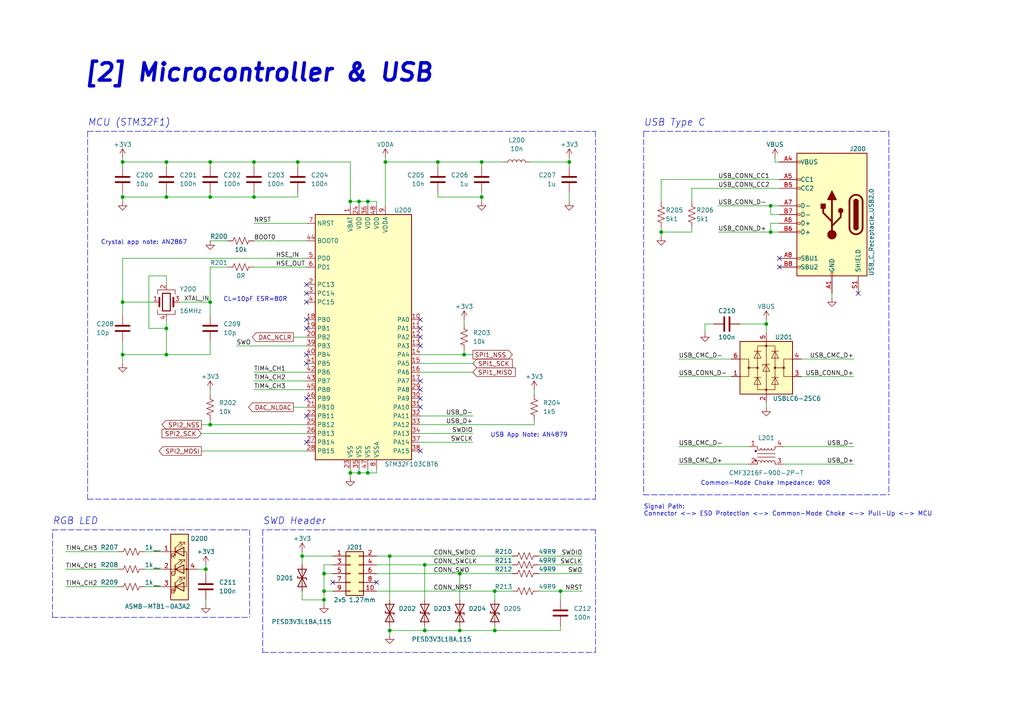
<source format=kicad_sch>
(kicad_sch (version 20231120) (generator "eeschema") (generator_version "8.0")
  (paper "A4")
  (title_block (title "Mixed-Signal PCB") (date "6-1-2024") (rev "0.1") (company "Jacob Parent"))
  (lib_symbols
    (symbol "Connector:USB_C_Receptacle_USB2.0" (pin_names (offset 1.016))
      (property "Reference" "J" (at -10.16 19.05 0))
      (property "Value" "USB_C_Receptacle_USB2.0" (at 19.05 19.05 0))
      (symbol "USB_C_Receptacle_USB2.0_0_0"
        (rectangle (start -0.254 -17.78) (end 0.254 -16.764))
        (rectangle (start 10.16 -14.986) (end 9.144 -15.494))
        (rectangle (start 10.16 -12.446) (end 9.144 -12.954))
        (rectangle (start 10.16 -4.826) (end 9.144 -5.334))
        (rectangle (start 10.16 -2.286) (end 9.144 -2.794))
        (rectangle (start 10.16 0.254) (end 9.144 -0.254))
        (rectangle (start 10.16 2.794) (end 9.144 2.286))
        (rectangle (start 10.16 7.874) (end 9.144 7.366))
        (rectangle (start 10.16 10.414) (end 9.144 9.906))
        (rectangle (start 10.16 15.494) (end 9.144 14.986))
      )
      (symbol "USB_C_Receptacle_USB2.0_0_1"
        (rectangle (start -10.16 17.78) (end 10.16 -17.78) (stroke (width 0.254)) (fill (type background)))
        (arc (start -8.89 -3.81) (mid -6.985 -5.7066) (end -5.08 -3.81) (stroke (width 0.508)))
        (arc (start -7.62 -3.81) (mid -6.985 -4.4422) (end -6.35 -3.81) (stroke (width 0.254)))
        (arc (start -7.62 -3.81) (mid -6.985 -4.4422) (end -6.35 -3.81) (stroke (width 0.254)) (fill (type outline)))
        (rectangle (start -7.62 -3.81) (end -6.35 3.81) (stroke (width 0.254)) (fill (type outline)))
        (arc (start -6.35 3.81) (mid -6.985 4.4422) (end -7.62 3.81) (stroke (width 0.254)))
        (arc (start -6.35 3.81) (mid -6.985 4.4422) (end -7.62 3.81) (stroke (width 0.254)) (fill (type outline)))
        (arc (start -5.08 3.81) (mid -6.985 5.7066) (end -8.89 3.81) (stroke (width 0.508)))
        (circle (center -2.54 1.143) (radius 0.635) (stroke (width 0.254)) (fill (type outline)))
        (circle (center 0 -5.842) (radius 1.27) (fill (type outline)))
        (polyline (pts (xy -8.89 -3.81) (xy -8.89 3.81)) (stroke (width 0.508)))
        (polyline (pts (xy -5.08 3.81) (xy -5.08 -3.81)) (stroke (width 0.508)))
        (polyline (pts (xy 0 -5.842) (xy 0 4.318)) (stroke (width 0.508)))
        (polyline (pts (xy 0 -3.302) (xy -2.54 -0.762) (xy -2.54 0.508)) (stroke (width 0.508)))
        (polyline (pts (xy 0 -2.032) (xy 2.54 0.508) (xy 2.54 1.778)) (stroke (width 0.508)))
        (polyline (pts (xy -1.27 4.318) (xy 0 6.858) (xy 1.27 4.318) (xy -1.27 4.318)) (stroke (width 0.254)) (fill (type outline)))
        (rectangle (start 1.905 1.778) (end 3.175 3.048) (stroke (width 0.254)) (fill (type outline)))
      )
      (symbol "USB_C_Receptacle_USB2.0_1_1"
        (pin passive line (at 0 -22.86 90) (length 5.08) (name "GND") (number "A1"))
        (pin passive line (at 0 -22.86 90) (length 5.08) hide (name "GND") (number "A12"))
        (pin passive line (at 15.24 15.24 180) (length 5.08) (name "VBUS") (number "A4"))
        (pin bidirectional line (at 15.24 10.16 180) (length 5.08) (name "CC1") (number "A5"))
        (pin bidirectional line (at 15.24 -2.54 180) (length 5.08) (name "D+") (number "A6"))
        (pin bidirectional line (at 15.24 2.54 180) (length 5.08) (name "D-") (number "A7"))
        (pin bidirectional line (at 15.24 -12.7 180) (length 5.08) (name "SBU1") (number "A8"))
        (pin passive line (at 15.24 15.24 180) (length 5.08) hide (name "VBUS") (number "A9"))
        (pin passive line (at 0 -22.86 90) (length 5.08) hide (name "GND") (number "B1"))
        (pin passive line (at 0 -22.86 90) (length 5.08) hide (name "GND") (number "B12"))
        (pin passive line (at 15.24 15.24 180) (length 5.08) hide (name "VBUS") (number "B4"))
        (pin bidirectional line (at 15.24 7.62 180) (length 5.08) (name "CC2") (number "B5"))
        (pin bidirectional line (at 15.24 -5.08 180) (length 5.08) (name "D+") (number "B6"))
        (pin bidirectional line (at 15.24 0 180) (length 5.08) (name "D-") (number "B7"))
        (pin bidirectional line (at 15.24 -15.24 180) (length 5.08) (name "SBU2") (number "B8"))
        (pin passive line (at 15.24 15.24 180) (length 5.08) hide (name "VBUS") (number "B9"))
        (pin passive line (at -7.62 -22.86 90) (length 5.08) (name "SHIELD") (number "S1"))
      )
    )
    (symbol "Connector_Generic:Conn_02x05_Odd_Even" (pin_names (offset 1.016) hide)
      (property "Reference" "J" (at 1.27 7.62 0))
      (property "Value" "Conn_02x05_Odd_Even" (at 1.27 -7.62 0))
      (symbol "Conn_02x05_Odd_Even_1_1"
        (rectangle (start -1.27 -4.953) (end 0 -5.207) (stroke (width 0.1524)))
        (rectangle (start -1.27 -2.413) (end 0 -2.667) (stroke (width 0.1524)))
        (rectangle (start -1.27 0.127) (end 0 -0.127) (stroke (width 0.1524)))
        (rectangle (start -1.27 2.667) (end 0 2.413) (stroke (width 0.1524)))
        (rectangle (start -1.27 5.207) (end 0 4.953) (stroke (width 0.1524)))
        (rectangle (start -1.27 6.35) (end 3.81 -6.35) (stroke (width 0.254)) (fill (type background)))
        (rectangle (start 3.81 -4.953) (end 2.54 -5.207) (stroke (width 0.1524)))
        (rectangle (start 3.81 -2.413) (end 2.54 -2.667) (stroke (width 0.1524)))
        (rectangle (start 3.81 0.127) (end 2.54 -0.127) (stroke (width 0.1524)))
        (rectangle (start 3.81 2.667) (end 2.54 2.413) (stroke (width 0.1524)))
        (rectangle (start 3.81 5.207) (end 2.54 4.953) (stroke (width 0.1524)))
        (pin passive line (at -5.08 5.08 0) (length 3.81) (name "Pin_1") (number "1"))
        (pin passive line (at 7.62 -5.08 180) (length 3.81) (name "Pin_10") (number "10"))
        (pin passive line (at 7.62 5.08 180) (length 3.81) (name "Pin_2") (number "2"))
        (pin passive line (at -5.08 2.54 0) (length 3.81) (name "Pin_3") (number "3"))
        (pin passive line (at 7.62 2.54 180) (length 3.81) (name "Pin_4") (number "4"))
        (pin passive line (at -5.08 0 0) (length 3.81) (name "Pin_5") (number "5"))
        (pin passive line (at 7.62 0 180) (length 3.81) (name "Pin_6") (number "6"))
        (pin passive line (at -5.08 -2.54 0) (length 3.81) (name "Pin_7") (number "7"))
        (pin passive line (at 7.62 -2.54 180) (length 3.81) (name "Pin_8") (number "8"))
        (pin passive line (at -5.08 -5.08 0) (length 3.81) (name "Pin_9") (number "9"))
      )
    )
    (symbol "Device:C" (pin_numbers hide) (pin_names (offset 0.254))
      (property "Reference" "C" (at 0.635 2.54 0))
      (property "Value" "C" (at 0.635 -2.54 0))
      (symbol "C_0_1"
        (polyline (pts (xy -2.032 -0.762) (xy 2.032 -0.762)) (stroke (width 0.508)))
        (polyline (pts (xy -2.032 0.762) (xy 2.032 0.762)) (stroke (width 0.508)))
      )
      (symbol "C_1_1"
        (pin passive line (at 0 3.81 270) (length 2.794) (name "~") (number "1"))
        (pin passive line (at 0 -3.81 90) (length 2.794) (name "~") (number "2"))
      )
    )
    (symbol "Device:Crystal_GND24" (pin_names (offset 1.016) hide)
      (property "Reference" "Y" (at 3.175 5.08 0))
      (property "Value" "Crystal_GND24" (at 3.175 3.175 0))
      (symbol "Crystal_GND24_0_1"
        (rectangle (start -1.143 2.54) (end 1.143 -2.54) (stroke (width 0.3048)))
        (polyline (pts (xy -2.54 0) (xy -2.032 0)))
        (polyline (pts (xy -2.032 -1.27) (xy -2.032 1.27)) (stroke (width 0.508)))
        (polyline (pts (xy 0 -3.81) (xy 0 -3.556)))
        (polyline (pts (xy 0 3.556) (xy 0 3.81)))
        (polyline (pts (xy 2.032 -1.27) (xy 2.032 1.27)) (stroke (width 0.508)))
        (polyline (pts (xy 2.032 0) (xy 2.54 0)))
        (polyline (pts (xy -2.54 -2.286) (xy -2.54 -3.556) (xy 2.54 -3.556) (xy 2.54 -2.286)))
        (polyline (pts (xy -2.54 2.286) (xy -2.54 3.556) (xy 2.54 3.556) (xy 2.54 2.286)))
      )
      (symbol "Crystal_GND24_1_1"
        (pin passive line (at -3.81 0 0) (length 1.27) (name "1") (number "1"))
        (pin passive line (at 0 5.08 270) (length 1.27) (name "2") (number "2"))
        (pin passive line (at 3.81 0 180) (length 1.27) (name "3") (number "3"))
        (pin passive line (at 0 -5.08 90) (length 1.27) (name "4") (number "4"))
      )
    )
    (symbol "Device:D_TVS" (pin_numbers hide) (pin_names (offset 1.016) hide)
      (property "Reference" "D" (at 0 2.54 0))
      (property "Value" "D_TVS" (at 0 -2.54 0))
      (symbol "D_TVS_0_1"
        (polyline (pts (xy 1.27 0) (xy -1.27 0)))
        (polyline (pts (xy 0.508 1.27) (xy 0 1.27) (xy 0 -1.27) (xy -0.508 -1.27)) (stroke (width 0.254)))
        (polyline (pts (xy -2.54 1.27) (xy -2.54 -1.27) (xy 2.54 1.27) (xy 2.54 -1.27) (xy -2.54 1.27)) (stroke (width 0.254)))
      )
      (symbol "D_TVS_1_1"
        (pin passive line (at -3.81 0 0) (length 2.54) (name "A1") (number "1"))
        (pin passive line (at 3.81 0 180) (length 2.54) (name "A2") (number "2"))
      )
    )
    (symbol "Device:EMI_Filter_LL_1423" (pin_names hide)
      (property "Reference" "FL" (at 0 4.445 0))
      (property "Value" "Device_EMI_Filter_LL_1423" (at 0 -4.445 0))
      (symbol "EMI_Filter_LL_1423_0_1"
        (circle (center -3.048 -1.27) (radius 0.254) (fill (type outline)))
        (circle (center -3.048 1.524) (radius 0.254) (fill (type outline)))
        (arc (start -2.54 2.032) (mid -2.032 1.5262) (end -1.524 2.032))
        (arc (start -1.524 -2.032) (mid -2.032 -1.5262) (end -2.54 -2.032))
        (arc (start -1.524 2.032) (mid -1.016 1.5262) (end -0.508 2.032))
        (arc (start -0.508 -2.032) (mid -1.016 -1.5262) (end -1.524 -2.032))
        (arc (start -0.508 2.032) (mid 0 1.5262) (end 0.508 2.032))
        (polyline (pts (xy -2.54 -2.032) (xy -2.54 -2.54)))
        (polyline (pts (xy -2.54 0.508) (xy 2.54 0.508)))
        (polyline (pts (xy -2.54 2.032) (xy -2.54 2.54)))
        (polyline (pts (xy 2.54 -2.032) (xy 2.54 -2.54)))
        (polyline (pts (xy 2.54 -0.508) (xy -2.54 -0.508)))
        (polyline (pts (xy 2.54 2.54) (xy 2.54 2.032)))
        (arc (start 0.508 -2.032) (mid 0 -1.5262) (end -0.508 -2.032))
        (arc (start 0.508 2.032) (mid 1.016 1.5262) (end 1.524 2.032))
        (arc (start 1.524 -2.032) (mid 1.016 -1.5262) (end 0.508 -2.032))
        (arc (start 1.524 2.032) (mid 2.032 1.5262) (end 2.54 2.032))
        (arc (start 2.54 -2.032) (mid 2.032 -1.5262) (end 1.524 -2.032))
      )
      (symbol "EMI_Filter_LL_1423_1_1"
        (pin passive line (at -5.08 -2.54 0) (length 2.54) (name "1") (number "1"))
        (pin passive line (at -5.08 2.54 0) (length 2.54) (name "2") (number "2"))
        (pin passive line (at 5.08 2.54 180) (length 2.54) (name "3") (number "3"))
        (pin passive line (at 5.08 -2.54 180) (length 2.54) (name "4") (number "4"))
      )
    )
    (symbol "Device:L" (pin_numbers hide) (pin_names (offset 1.016) hide)
      (property "Reference" "L" (at -1.27 0 90))
      (property "Value" "L" (at 1.905 0 90))
      (symbol "L_0_1"
        (arc (start 0 -2.54) (mid 0.6323 -1.905) (end 0 -1.27))
        (arc (start 0 -1.27) (mid 0.6323 -0.635) (end 0 0))
        (arc (start 0 0) (mid 0.6323 0.635) (end 0 1.27))
        (arc (start 0 1.27) (mid 0.6323 1.905) (end 0 2.54))
      )
      (symbol "L_1_1"
        (pin passive line (at 0 3.81 270) (length 1.27) (name "1") (number "1"))
        (pin passive line (at 0 -3.81 90) (length 1.27) (name "2") (number "2"))
      )
    )
    (symbol "Device:R_US" (pin_numbers hide) (pin_names (offset 0))
      (property "Reference" "R" (at 2.54 0 90))
      (property "Value" "R_US" (at -2.54 0 90))
      (symbol "R_US_0_1"
        (polyline (pts (xy 0 -2.286) (xy 0 -2.54)))
        (polyline (pts (xy 0 2.286) (xy 0 2.54)))
        (polyline (pts (xy 0 -0.762) (xy 1.016 -1.143) (xy 0 -1.524) (xy -1.016 -1.905) (xy 0 -2.286)))
        (polyline (pts (xy 0 0.762) (xy 1.016 0.381) (xy 0 0) (xy -1.016 -0.381) (xy 0 -0.762)))
        (polyline (pts (xy 0 2.286) (xy 1.016 1.905) (xy 0 1.524) (xy -1.016 1.143) (xy 0 0.762)))
      )
      (symbol "R_US_1_1"
        (pin passive line (at 0 3.81 270) (length 1.27) (name "~") (number "1"))
        (pin passive line (at 0 -3.81 90) (length 1.27) (name "~") (number "2"))
      )
    )
    (symbol "LED:ASMB-MTB1-0A3A2" (pin_names (offset 0) hide)
      (property "Reference" "D" (at 0 12.7 0))
      (property "Value" "ASMB-MTB1-0A3A2" (at 1.27 -11.43 0))
      (symbol "ASMB-MTB1-0A3A2_0_0"
        (text "B" (at -1.905 -6.35 0) (effects (font (size 1.27 1.27))))
        (text "G" (at -1.905 -1.27 0) (effects (font (size 1.27 1.27))))
        (text "R" (at -1.905 3.81 0) (effects (font (size 1.27 1.27))))
      )
      (symbol "ASMB-MTB1-0A3A2_0_1"
        (polyline (pts (xy -2.54 -5.08) (xy 1.27 -5.08)))
        (polyline (pts (xy -1.27 -3.81) (xy -1.27 -6.35)) (stroke (width 0.254)))
        (polyline (pts (xy -1.27 1.27) (xy -1.27 -1.27)) (stroke (width 0.254)))
        (polyline (pts (xy -1.27 6.35) (xy -1.27 3.81)) (stroke (width 0.254)))
        (polyline (pts (xy 1.27 5.08) (xy -2.54 5.08)))
        (polyline (pts (xy 2.54 0) (xy -2.54 0)))
        (polyline (pts (xy 1.27 -5.08) (xy 2.032 -5.08) (xy 2.032 5.08) (xy 1.27 5.08)))
        (polyline (pts (xy 1.27 -3.81) (xy 1.27 -6.35) (xy -1.27 -5.08) (xy 1.27 -3.81)) (stroke (width 0.254)))
        (polyline (pts (xy 1.27 1.27) (xy 1.27 -1.27) (xy -1.27 0) (xy 1.27 1.27)) (stroke (width 0.254)))
        (polyline (pts (xy 1.27 6.35) (xy 1.27 3.81) (xy -1.27 5.08) (xy 1.27 6.35)) (stroke (width 0.254)))
        (polyline (pts (xy -1.016 -3.81) (xy 0.508 -2.286) (xy -0.254 -2.286) (xy 0.508 -2.286) (xy 0.508 -3.048)))
        (polyline (pts (xy -1.016 1.27) (xy 0.508 2.794) (xy -0.254 2.794) (xy 0.508 2.794) (xy 0.508 2.032)))
        (polyline (pts (xy -1.016 6.35) (xy 0.508 7.874) (xy -0.254 7.874) (xy 0.508 7.874) (xy 0.508 7.112)))
        (polyline (pts (xy 0 -3.81) (xy 1.524 -2.286) (xy 0.762 -2.286) (xy 1.524 -2.286) (xy 1.524 -3.048)))
        (polyline (pts (xy 0 1.27) (xy 1.524 2.794) (xy 0.762 2.794) (xy 1.524 2.794) (xy 1.524 2.032)))
        (polyline (pts (xy 0 6.35) (xy 1.524 7.874) (xy 0.762 7.874) (xy 1.524 7.874) (xy 1.524 7.112)))
        (rectangle (start 1.27 6.35) (end 1.27 6.35))
        (circle (center 2.032 0) (radius 0.254) (fill (type outline)))
        (rectangle (start 2.54 -8.89) (end -2.54 10.16) (stroke (width 0.254)) (fill (type background)))
      )
      (symbol "ASMB-MTB1-0A3A2_1_1"
        (pin passive line (at -5.08 5.08 0) (length 2.54) (name "RK") (number "1"))
        (pin passive line (at -5.08 0 0) (length 2.54) (name "GK") (number "2"))
        (pin passive line (at -5.08 -5.08 0) (length 2.54) (name "BK") (number "3"))
        (pin passive line (at 5.08 0 180) (length 2.54) (name "A") (number "4"))
      )
    )
    (symbol "MCU_ST_STM32F1:STM32F103CBTx"
      (property "Reference" "U" (at -15.24 36.83 0))
      (property "Value" "STM32F103CBTx" (at 7.62 36.83 0))
      (symbol "STM32F103CBTx_0_1"
        (rectangle (start -15.24 -35.56) (end 12.7 35.56) (stroke (width 0.254)) (fill (type background)))
      )
      (symbol "STM32F103CBTx_1_1"
        (pin power_in line (at -5.08 38.1 270) (length 2.54) (name "VBAT") (number "1"))
        (pin bidirectional line (at 15.24 5.08 180) (length 2.54) (name "PA0") (number "10"))
        (pin bidirectional line (at 15.24 2.54 180) (length 2.54) (name "PA1") (number "11"))
        (pin bidirectional line (at 15.24 0 180) (length 2.54) (name "PA2") (number "12"))
        (pin bidirectional line (at 15.24 -2.54 180) (length 2.54) (name "PA3") (number "13"))
        (pin bidirectional line (at 15.24 -5.08 180) (length 2.54) (name "PA4") (number "14"))
        (pin bidirectional line (at 15.24 -7.62 180) (length 2.54) (name "PA5") (number "15"))
        (pin bidirectional line (at 15.24 -10.16 180) (length 2.54) (name "PA6") (number "16"))
        (pin bidirectional line (at 15.24 -12.7 180) (length 2.54) (name "PA7") (number "17"))
        (pin bidirectional line (at -17.78 5.08 0) (length 2.54) (name "PB0") (number "18"))
        (pin bidirectional line (at -17.78 2.54 0) (length 2.54) (name "PB1") (number "19"))
        (pin bidirectional line (at -17.78 15.24 0) (length 2.54) (name "PC13") (number "2"))
        (pin bidirectional line (at -17.78 0 0) (length 2.54) (name "PB2") (number "20"))
        (pin bidirectional line (at -17.78 -20.32 0) (length 2.54) (name "PB10") (number "21"))
        (pin bidirectional line (at -17.78 -22.86 0) (length 2.54) (name "PB11") (number "22"))
        (pin power_in line (at -5.08 -38.1 90) (length 2.54) (name "VSS") (number "23"))
        (pin power_in line (at -2.54 38.1 270) (length 2.54) (name "VDD") (number "24"))
        (pin bidirectional line (at -17.78 -25.4 0) (length 2.54) (name "PB12") (number "25"))
        (pin bidirectional line (at -17.78 -27.94 0) (length 2.54) (name "PB13") (number "26"))
        (pin bidirectional line (at -17.78 -30.48 0) (length 2.54) (name "PB14") (number "27"))
        (pin bidirectional line (at -17.78 -33.02 0) (length 2.54) (name "PB15") (number "28"))
        (pin bidirectional line (at 15.24 -15.24 180) (length 2.54) (name "PA8") (number "29"))
        (pin bidirectional line (at -17.78 12.7 0) (length 2.54) (name "PC14") (number "3"))
        (pin bidirectional line (at 15.24 -17.78 180) (length 2.54) (name "PA9") (number "30"))
        (pin bidirectional line (at 15.24 -20.32 180) (length 2.54) (name "PA10") (number "31"))
        (pin bidirectional line (at 15.24 -22.86 180) (length 2.54) (name "PA11") (number "32"))
        (pin bidirectional line (at 15.24 -25.4 180) (length 2.54) (name "PA12") (number "33"))
        (pin bidirectional line (at 15.24 -27.94 180) (length 2.54) (name "PA13") (number "34"))
        (pin power_in line (at -2.54 -38.1 90) (length 2.54) (name "VSS") (number "35"))
        (pin power_in line (at 0 38.1 270) (length 2.54) (name "VDD") (number "36"))
        (pin bidirectional line (at 15.24 -30.48 180) (length 2.54) (name "PA14") (number "37"))
        (pin bidirectional line (at 15.24 -33.02 180) (length 2.54) (name "PA15") (number "38"))
        (pin bidirectional line (at -17.78 -2.54 0) (length 2.54) (name "PB3") (number "39"))
        (pin bidirectional line (at -17.78 10.16 0) (length 2.54) (name "PC15") (number "4"))
        (pin bidirectional line (at -17.78 -5.08 0) (length 2.54) (name "PB4") (number "40"))
        (pin bidirectional line (at -17.78 -7.62 0) (length 2.54) (name "PB5") (number "41"))
        (pin bidirectional line (at -17.78 -10.16 0) (length 2.54) (name "PB6") (number "42"))
        (pin bidirectional line (at -17.78 -12.7 0) (length 2.54) (name "PB7") (number "43"))
        (pin input line (at -17.78 27.94 0) (length 2.54) (name "BOOT0") (number "44"))
        (pin bidirectional line (at -17.78 -15.24 0) (length 2.54) (name "PB8") (number "45"))
        (pin bidirectional line (at -17.78 -17.78 0) (length 2.54) (name "PB9") (number "46"))
        (pin power_in line (at 0 -38.1 90) (length 2.54) (name "VSS") (number "47"))
        (pin power_in line (at 2.54 38.1 270) (length 2.54) (name "VDD") (number "48"))
        (pin input line (at -17.78 22.86 0) (length 2.54) (name "PD0") (number "5"))
        (pin input line (at -17.78 20.32 0) (length 2.54) (name "PD1") (number "6"))
        (pin input line (at -17.78 33.02 0) (length 2.54) (name "NRST") (number "7"))
        (pin power_in line (at 2.54 -38.1 90) (length 2.54) (name "VSSA") (number "8"))
        (pin power_in line (at 5.08 38.1 270) (length 2.54) (name "VDDA") (number "9"))
      )
    )
    (symbol "Power_Protection:USBLC6-2SC6" (pin_names hide)
      (property "Reference" "U" (at 2.54 8.89 0))
      (property "Value" "USBLC6-2SC6" (at 2.54 -8.89 0))
      (symbol "USBLC6-2SC6_0_1"
        (rectangle (start -7.62 -7.62) (end 7.62 7.62) (stroke (width 0.254)) (fill (type background)))
        (circle (center -5.08 0) (radius 0.254) (fill (type outline)))
        (circle (center -2.54 0) (radius 0.254) (fill (type outline)))
        (rectangle (start -2.54 6.35) (end 2.54 -6.35))
        (circle (center 0 -6.35) (radius 0.254) (fill (type outline)))
        (polyline (pts (xy -5.08 -2.54) (xy -7.62 -2.54)))
        (polyline (pts (xy -5.08 0) (xy -5.08 -2.54)))
        (polyline (pts (xy -5.08 2.54) (xy -7.62 2.54)))
        (polyline (pts (xy -1.524 -2.794) (xy -3.556 -2.794)))
        (polyline (pts (xy -1.524 4.826) (xy -3.556 4.826)))
        (polyline (pts (xy 0 -7.62) (xy 0 -6.35)))
        (polyline (pts (xy 0 -6.35) (xy 0 1.27)))
        (polyline (pts (xy 0 1.27) (xy 0 6.35)))
        (polyline (pts (xy 0 6.35) (xy 0 7.62)))
        (polyline (pts (xy 1.524 -2.794) (xy 3.556 -2.794)))
        (polyline (pts (xy 1.524 4.826) (xy 3.556 4.826)))
        (polyline (pts (xy 5.08 -2.54) (xy 7.62 -2.54)))
        (polyline (pts (xy 5.08 0) (xy 5.08 -2.54)))
        (polyline (pts (xy 5.08 2.54) (xy 7.62 2.54)))
        (polyline (pts (xy -2.54 0) (xy -5.08 0) (xy -5.08 2.54)))
        (polyline (pts (xy 2.54 0) (xy 5.08 0) (xy 5.08 2.54)))
        (polyline (pts (xy -3.556 -4.826) (xy -1.524 -4.826) (xy -2.54 -2.794) (xy -3.556 -4.826)))
        (polyline (pts (xy -3.556 2.794) (xy -1.524 2.794) (xy -2.54 4.826) (xy -3.556 2.794)))
        (polyline (pts (xy -1.016 -1.016) (xy 1.016 -1.016) (xy 0 1.016) (xy -1.016 -1.016)))
        (polyline (pts (xy 1.016 1.016) (xy 0.762 1.016) (xy -1.016 1.016) (xy -1.016 0.508)))
        (polyline (pts (xy 3.556 -4.826) (xy 1.524 -4.826) (xy 2.54 -2.794) (xy 3.556 -4.826)))
        (polyline (pts (xy 3.556 2.794) (xy 1.524 2.794) (xy 2.54 4.826) (xy 3.556 2.794)))
        (circle (center 0 6.35) (radius 0.254) (fill (type outline)))
        (circle (center 2.54 0) (radius 0.254) (fill (type outline)))
        (circle (center 5.08 0) (radius 0.254) (fill (type outline)))
      )
      (symbol "USBLC6-2SC6_1_1"
        (pin passive line (at -10.16 -2.54 0) (length 2.54) (name "I/O1") (number "1"))
        (pin passive line (at 0 -10.16 90) (length 2.54) (name "GND") (number "2"))
        (pin passive line (at 10.16 -2.54 180) (length 2.54) (name "I/O2") (number "3"))
        (pin passive line (at 10.16 2.54 180) (length 2.54) (name "I/O2") (number "4"))
        (pin passive line (at 0 10.16 270) (length 2.54) (name "VBUS") (number "5"))
        (pin passive line (at -10.16 2.54 0) (length 2.54) (name "I/O1") (number "6"))
      )
    )
    (symbol "power:+3V3" (power) (pin_names (offset 0))
      (property "Value" "+3V3" (at 0 3.556 0))
      (symbol "+3V3_0_1"
        (polyline (pts (xy -0.762 1.27) (xy 0 2.54)))
        (polyline (pts (xy 0 0) (xy 0 2.54)))
        (polyline (pts (xy 0 2.54) (xy 0.762 1.27)))
      )
      (symbol "+3V3_1_1"
        (pin power_in line (at 0 0 90) (length 0) hide (name "+3V3") (number "1"))
      )
    )
    (symbol "power:GND" (power) (pin_names (offset 0))
      (property "Value" "GND" (at 0 -3.81 0))
      (symbol "GND_0_1"
        (polyline (pts (xy 0 0) (xy 0 -1.27) (xy 1.27 -1.27) (xy 0 -2.54) (xy -1.27 -1.27) (xy 0 -1.27)))
      )
      (symbol "GND_1_1"
        (pin power_in line (at 0 0 270) (length 0) hide (name "GND") (number "1"))
      )
    )
    (symbol "power:VBUS" (power) (pin_names (offset 0))
      (property "Value" "VBUS" (at 0 3.81 0))
      (symbol "VBUS_0_1"
        (polyline (pts (xy -0.762 1.27) (xy 0 2.54)))
        (polyline (pts (xy 0 0) (xy 0 2.54)))
        (polyline (pts (xy 0 2.54) (xy 0.762 1.27)))
      )
      (symbol "VBUS_1_1"
        (pin power_in line (at 0 0 90) (length 0) hide (name "VBUS") (number "1"))
      )
    )
    (symbol "power:VDDA" (power) (pin_names (offset 0))
      (property "Value" "VDDA" (at 0 3.81 0))
      (symbol "VDDA_0_1"
        (polyline (pts (xy -0.762 1.27) (xy 0 2.54)))
        (polyline (pts (xy 0 0) (xy 0 2.54)))
        (polyline (pts (xy 0 2.54) (xy 0.762 1.27)))
      )
      (symbol "VDDA_1_1"
        (pin power_in line (at 0 0 90) (length 0) hide (name "VDDA") (number "1"))
      )
    )
  )
  (junction (at 48.26 46.99))
  (junction (at 48.26 57.15))
  (junction (at 139.7 46.99))
  (junction (at 139.7 57.15))
  (junction (at 35.56 102.87))
  (junction (at 165.1 46.99))
  (junction (at 133.35 166.37))
  (junction (at 143.51 182.88))
  (junction (at 191.77 67.31))
  (junction (at 123.19 182.88))
  (junction (at 143.51 171.45))
  (junction (at 223.52 67.31))
  (junction (at 93.98 171.45))
  (junction (at 59.69 165.1))
  (junction (at 35.56 87.63))
  (junction (at 48.26 95.25))
  (junction (at 101.6 58.42))
  (junction (at 87.63 161.29))
  (junction (at 104.14 58.42))
  (junction (at 86.36 46.99))
  (junction (at 60.96 87.63))
  (junction (at 60.96 46.99))
  (junction (at 35.56 46.99))
  (junction (at 222.25 93.98))
  (junction (at 35.56 57.15))
  (junction (at 127 46.99))
  (junction (at 123.19 163.83))
  (junction (at 48.26 102.87))
  (junction (at 73.66 46.99))
  (junction (at 223.52 59.69))
  (junction (at 73.66 57.15))
  (junction (at 113.03 182.88))
  (junction (at 111.76 46.99))
  (junction (at 104.14 137.16))
  (junction (at 133.35 182.88))
  (junction (at 60.96 123.19))
  (junction (at 101.6 137.16))
  (junction (at 162.56 171.45))
  (junction (at 106.68 137.16))
  (junction (at 134.62 102.87))
  (junction (at 113.03 161.29))
  (junction (at 106.68 58.42))
  (junction (at 93.98 173.99))
  (junction (at 60.96 57.15))
  (junction (at 93.98 166.37))
  (no_connect (at 88.9 95.25))
  (no_connect (at 88.9 92.71))
  (no_connect (at 109.22 168.91))
  (no_connect (at 248.92 85.09))
  (no_connect (at 121.92 115.57))
  (no_connect (at 88.9 82.55))
  (no_connect (at 121.92 118.11))
  (no_connect (at 121.92 97.79))
  (no_connect (at 121.92 130.81))
  (no_connect (at 121.92 113.03))
  (no_connect (at 88.9 120.65))
  (no_connect (at 121.92 92.71))
  (no_connect (at 226.06 77.47))
  (no_connect (at 88.9 102.87))
  (no_connect (at 121.92 100.33))
  (no_connect (at 88.9 105.41))
  (no_connect (at 121.92 110.49))
  (no_connect (at 121.92 95.25))
  (no_connect (at 88.9 128.27))
  (no_connect (at 88.9 85.09))
  (no_connect (at 96.52 168.91))
  (no_connect (at 88.9 87.63))
  (no_connect (at 88.9 115.57))
  (no_connect (at 226.06 74.93))
  (wire (pts (xy 222.25 93.98) (xy 222.25 92.71)))
  (polyline (pts (xy 72.39 153.67) (xy 72.39 179.07)) (stroke (width 0) (type dash)))
  (wire (pts (xy 86.36 57.15) (xy 86.36 55.88)))
  (wire (pts (xy 35.56 74.93) (xy 88.9 74.93)))
  (wire (pts (xy 93.98 173.99) (xy 87.63 173.99)))
  (wire (pts (xy 208.28 59.69) (xy 223.52 59.69)))
  (wire (pts (xy 222.25 118.11) (xy 222.25 116.84)))
  (wire (pts (xy 73.66 57.15) (xy 86.36 57.15)))
  (wire (pts (xy 162.56 181.61) (xy 162.56 182.88)))
  (wire (pts (xy 247.65 109.22) (xy 232.41 109.22)))
  (wire (pts (xy 59.69 165.1) (xy 59.69 166.37)))
  (wire (pts (xy 191.77 68.58) (xy 191.77 67.31)))
  (wire (pts (xy 127 46.99) (xy 111.76 46.99)))
  (wire (pts (xy 104.14 58.42) (xy 106.68 58.42)))
  (wire (pts (xy 204.47 93.98) (xy 207.01 93.98)))
  (wire (pts (xy 143.51 182.88) (xy 143.51 181.61)))
  (wire (pts (xy 59.69 175.26) (xy 59.69 173.99)))
  (wire (pts (xy 139.7 48.26) (xy 139.7 46.99)))
  (wire (pts (xy 48.26 46.99) (xy 35.56 46.99)))
  (wire (pts (xy 133.35 182.88) (xy 143.51 182.88)))
  (wire (pts (xy 224.79 45.72) (xy 224.79 46.99)))
  (wire (pts (xy 60.96 48.26) (xy 60.96 46.99)))
  (wire (pts (xy 48.26 95.25) (xy 48.26 102.87)))
  (wire (pts (xy 191.77 52.07) (xy 226.06 52.07)))
  (wire (pts (xy 73.66 55.88) (xy 73.66 57.15)))
  (wire (pts (xy 200.66 67.31) (xy 200.66 66.04)))
  (wire (pts (xy 162.56 171.45) (xy 168.91 171.45)))
  (wire (pts (xy 87.63 160.02) (xy 87.63 161.29)))
  (wire (pts (xy 43.18 80.01) (xy 43.18 95.25)))
  (wire (pts (xy 139.7 55.88) (xy 139.7 57.15)))
  (wire (pts (xy 191.77 67.31) (xy 191.77 66.04)))
  (polyline (pts (xy 186.69 38.1) (xy 186.69 143.51)) (stroke (width 0) (type dash)))
  (wire (pts (xy 123.19 173.99) (xy 123.19 163.83)))
  (wire (pts (xy 196.85 109.22) (xy 212.09 109.22)))
  (wire (pts (xy 48.26 80.01) (xy 43.18 80.01)))
  (wire (pts (xy 96.52 171.45) (xy 93.98 171.45)))
  (polyline (pts (xy 172.72 153.67) (xy 76.2 153.67)) (stroke (width 0) (type dash)))
  (wire (pts (xy 196.85 134.62) (xy 217.17 134.62)))
  (wire (pts (xy 156.21 163.83) (xy 168.91 163.83)))
  (wire (pts (xy 48.26 57.15) (xy 60.96 57.15)))
  (polyline (pts (xy 186.69 143.51) (xy 257.81 143.51)) (stroke (width 0) (type dash)))
  (wire (pts (xy 34.29 170.18) (xy 19.05 170.18)))
  (wire (pts (xy 113.03 173.99) (xy 113.03 161.29)))
  (wire (pts (xy 223.52 67.31) (xy 208.28 67.31)))
  (wire (pts (xy 35.56 102.87) (xy 35.56 99.06)))
  (wire (pts (xy 60.96 121.92) (xy 60.96 123.19)))
  (wire (pts (xy 60.96 102.87) (xy 60.96 99.06)))
  (wire (pts (xy 165.1 45.72) (xy 165.1 46.99)))
  (wire (pts (xy 113.03 184.15) (xy 113.03 182.88)))
  (wire (pts (xy 137.16 125.73) (xy 121.92 125.73)))
  (polyline (pts (xy 172.72 189.23) (xy 172.72 153.67)) (stroke (width 0) (type dash)))
  (wire (pts (xy 60.96 57.15) (xy 73.66 57.15)))
  (wire (pts (xy 121.92 107.95) (xy 137.16 107.95)))
  (wire (pts (xy 196.85 104.14) (xy 212.09 104.14)))
  (wire (pts (xy 162.56 173.99) (xy 162.56 171.45)))
  (polyline (pts (xy 76.2 153.67) (xy 76.2 189.23)) (stroke (width 0) (type dash)))
  (wire (pts (xy 214.63 93.98) (xy 222.25 93.98)))
  (wire (pts (xy 35.56 46.99) (xy 35.56 48.26)))
  (wire (pts (xy 41.91 165.1) (xy 46.99 165.1)))
  (wire (pts (xy 154.94 123.19) (xy 154.94 121.92)))
  (wire (pts (xy 247.65 134.62) (xy 227.33 134.62)))
  (wire (pts (xy 34.29 160.02) (xy 19.05 160.02)))
  (wire (pts (xy 109.22 161.29) (xy 113.03 161.29)))
  (polyline (pts (xy 186.69 38.1) (xy 257.81 38.1)) (stroke (width 0) (type dash)))
  (wire (pts (xy 247.65 104.14) (xy 232.41 104.14)))
  (wire (pts (xy 19.05 165.1) (xy 34.29 165.1)))
  (wire (pts (xy 121.92 120.65) (xy 137.16 120.65)))
  (wire (pts (xy 73.66 110.49) (xy 88.9 110.49)))
  (wire (pts (xy 58.42 130.81) (xy 88.9 130.81)))
  (wire (pts (xy 109.22 163.83) (xy 123.19 163.83)))
  (wire (pts (xy 223.52 59.69) (xy 226.06 59.69)))
  (wire (pts (xy 154.94 123.19) (xy 121.92 123.19)))
  (wire (pts (xy 48.26 92.71) (xy 48.26 95.25)))
  (wire (pts (xy 109.22 166.37) (xy 133.35 166.37)))
  (polyline (pts (xy 172.72 38.1) (xy 172.72 144.78)) (stroke (width 0) (type dash)))
  (polyline (pts (xy 15.24 153.67) (xy 72.39 153.67)) (stroke (width 0) (type dash)))
  (wire (pts (xy 247.65 129.54) (xy 227.33 129.54)))
  (wire (pts (xy 86.36 48.26) (xy 86.36 46.99)))
  (wire (pts (xy 113.03 161.29) (xy 148.59 161.29)))
  (wire (pts (xy 123.19 181.61) (xy 123.19 182.88)))
  (wire (pts (xy 165.1 55.88) (xy 165.1 58.42)))
  (wire (pts (xy 143.51 173.99) (xy 143.51 171.45)))
  (wire (pts (xy 43.18 95.25) (xy 48.26 95.25)))
  (wire (pts (xy 226.06 64.77) (xy 223.52 64.77)))
  (wire (pts (xy 133.35 181.61) (xy 133.35 182.88)))
  (wire (pts (xy 35.56 58.42) (xy 35.56 57.15)))
  (polyline (pts (xy 25.4 144.78) (xy 172.72 144.78)) (stroke (width 0) (type dash)))
  (polyline (pts (xy 257.81 38.1) (xy 257.81 143.51)) (stroke (width 0) (type dash)))
  (wire (pts (xy 168.91 161.29) (xy 156.21 161.29)))
  (wire (pts (xy 60.96 46.99) (xy 48.26 46.99)))
  (wire (pts (xy 60.96 123.19) (xy 88.9 123.19)))
  (wire (pts (xy 154.94 113.03) (xy 154.94 114.3)))
  (wire (pts (xy 35.56 102.87) (xy 48.26 102.87)))
  (wire (pts (xy 101.6 58.42) (xy 104.14 58.42)))
  (wire (pts (xy 123.19 182.88) (xy 133.35 182.88)))
  (wire (pts (xy 86.36 46.99) (xy 73.66 46.99)))
  (wire (pts (xy 224.79 46.99) (xy 226.06 46.99)))
  (wire (pts (xy 200.66 58.42) (xy 200.66 54.61)))
  (wire (pts (xy 58.42 123.19) (xy 60.96 123.19)))
  (wire (pts (xy 35.56 105.41) (xy 35.56 102.87)))
  (wire (pts (xy 127 48.26) (xy 127 46.99)))
  (wire (pts (xy 35.56 87.63) (xy 44.45 87.63)))
  (wire (pts (xy 41.91 170.18) (xy 46.99 170.18)))
  (wire (pts (xy 146.05 46.99) (xy 139.7 46.99)))
  (wire (pts (xy 127 46.99) (xy 139.7 46.99)))
  (wire (pts (xy 106.68 58.42) (xy 109.22 58.42)))
  (wire (pts (xy 204.47 96.52) (xy 204.47 93.98)))
  (wire (pts (xy 134.62 101.6) (xy 134.62 102.87)))
  (wire (pts (xy 104.14 59.69) (xy 104.14 58.42)))
  (wire (pts (xy 35.56 46.99) (xy 35.56 45.72)))
  (wire (pts (xy 153.67 46.99) (xy 165.1 46.99)))
  (wire (pts (xy 101.6 46.99) (xy 101.6 58.42)))
  (wire (pts (xy 241.3 86.36) (xy 241.3 85.09)))
  (wire (pts (xy 223.52 62.23) (xy 223.52 59.69)))
  (wire (pts (xy 133.35 166.37) (xy 148.59 166.37)))
  (wire (pts (xy 93.98 166.37) (xy 93.98 163.83)))
  (wire (pts (xy 123.19 163.83) (xy 148.59 163.83)))
  (wire (pts (xy 48.26 55.88) (xy 48.26 57.15)))
  (wire (pts (xy 60.96 91.44) (xy 60.96 87.63)))
  (wire (pts (xy 48.26 102.87) (xy 60.96 102.87)))
  (wire (pts (xy 104.14 137.16) (xy 106.68 137.16)))
  (wire (pts (xy 101.6 138.43) (xy 101.6 137.16)))
  (wire (pts (xy 88.9 113.03) (xy 73.66 113.03)))
  (polyline (pts (xy 15.24 179.07) (xy 15.24 153.67)) (stroke (width 0) (type dash)))
  (wire (pts (xy 223.52 67.31) (xy 226.06 67.31)))
  (polyline (pts (xy 25.4 38.1) (xy 172.72 38.1)) (stroke (width 0) (type dash)))
  (wire (pts (xy 127 57.15) (xy 127 55.88)))
  (wire (pts (xy 35.56 57.15) (xy 48.26 57.15)))
  (wire (pts (xy 101.6 137.16) (xy 101.6 135.89)))
  (wire (pts (xy 191.77 58.42) (xy 191.77 52.07)))
  (wire (pts (xy 85.09 97.79) (xy 88.9 97.79)))
  (wire (pts (xy 109.22 137.16) (xy 109.22 135.89)))
  (wire (pts (xy 85.09 118.11) (xy 88.9 118.11)))
  (wire (pts (xy 156.21 171.45) (xy 162.56 171.45)))
  (wire (pts (xy 109.22 171.45) (xy 143.51 171.45)))
  (wire (pts (xy 226.06 62.23) (xy 223.52 62.23)))
  (wire (pts (xy 41.91 160.02) (xy 46.99 160.02)))
  (wire (pts (xy 60.96 87.63) (xy 52.07 87.63)))
  (wire (pts (xy 106.68 137.16) (xy 109.22 137.16)))
  (wire (pts (xy 73.66 48.26) (xy 73.66 46.99)))
  (polyline (pts (xy 25.4 38.1) (xy 25.4 144.78)) (stroke (width 0) (type dash)))
  (wire (pts (xy 57.15 165.1) (xy 59.69 165.1)))
  (wire (pts (xy 104.14 135.89) (xy 104.14 137.16)))
  (wire (pts (xy 73.66 64.77) (xy 88.9 64.77)))
  (wire (pts (xy 101.6 137.16) (xy 104.14 137.16)))
  (wire (pts (xy 106.68 59.69) (xy 106.68 58.42)))
  (polyline (pts (xy 15.24 179.07) (xy 72.39 179.07)) (stroke (width 0) (type dash)))
  (wire (pts (xy 87.63 173.99) (xy 87.63 171.45)))
  (wire (pts (xy 121.92 102.87) (xy 134.62 102.87)))
  (wire (pts (xy 66.04 77.47) (xy 60.96 77.47)))
  (wire (pts (xy 48.26 82.55) (xy 48.26 80.01)))
  (wire (pts (xy 137.16 128.27) (xy 121.92 128.27)))
  (wire (pts (xy 133.35 173.99) (xy 133.35 166.37)))
  (wire (pts (xy 93.98 173.99) (xy 93.98 175.26)))
  (wire (pts (xy 113.03 182.88) (xy 123.19 182.88)))
  (wire (pts (xy 191.77 67.31) (xy 200.66 67.31)))
  (wire (pts (xy 35.56 74.93) (xy 35.56 87.63)))
  (wire (pts (xy 73.66 77.47) (xy 88.9 77.47)))
  (wire (pts (xy 165.1 46.99) (xy 165.1 48.26)))
  (wire (pts (xy 93.98 171.45) (xy 93.98 173.99)))
  (wire (pts (xy 143.51 182.88) (xy 162.56 182.88)))
  (wire (pts (xy 96.52 161.29) (xy 87.63 161.29)))
  (wire (pts (xy 60.96 113.03) (xy 60.96 114.3)))
  (wire (pts (xy 109.22 59.69) (xy 109.22 58.42)))
  (wire (pts (xy 113.03 182.88) (xy 113.03 181.61)))
  (wire (pts (xy 87.63 161.29) (xy 87.63 163.83)))
  (wire (pts (xy 222.25 93.98) (xy 222.25 96.52)))
  (wire (pts (xy 58.42 125.73) (xy 88.9 125.73)))
  (wire (pts (xy 59.69 165.1) (xy 59.69 163.83)))
  (wire (pts (xy 200.66 54.61) (xy 226.06 54.61)))
  (wire (pts (xy 121.92 105.41) (xy 137.16 105.41)))
  (wire (pts (xy 60.96 77.47) (xy 60.96 87.63)))
  (wire (pts (xy 68.58 100.33) (xy 88.9 100.33)))
  (wire (pts (xy 48.26 48.26) (xy 48.26 46.99)))
  (wire (pts (xy 101.6 58.42) (xy 101.6 59.69)))
  (wire (pts (xy 106.68 135.89) (xy 106.68 137.16)))
  (wire (pts (xy 60.96 69.85) (xy 66.04 69.85)))
  (wire (pts (xy 35.56 91.44) (xy 35.56 87.63)))
  (wire (pts (xy 96.52 166.37) (xy 93.98 166.37)))
  (wire (pts (xy 73.66 69.85) (xy 88.9 69.85)))
  (wire (pts (xy 60.96 55.88) (xy 60.96 57.15)))
  (wire (pts (xy 111.76 45.72) (xy 111.76 46.99)))
  (wire (pts (xy 86.36 46.99) (xy 101.6 46.99)))
  (wire (pts (xy 223.52 64.77) (xy 223.52 67.31)))
  (wire (pts (xy 111.76 46.99) (xy 111.76 59.69)))
  (wire (pts (xy 168.91 166.37) (xy 156.21 166.37)))
  (wire (pts (xy 88.9 107.95) (xy 73.66 107.95)))
  (wire (pts (xy 93.98 171.45) (xy 93.98 166.37)))
  (wire (pts (xy 143.51 171.45) (xy 148.59 171.45)))
  (wire (pts (xy 35.56 57.15) (xy 35.56 55.88)))
  (wire (pts (xy 139.7 58.42) (xy 139.7 57.15)))
  (wire (pts (xy 73.66 46.99) (xy 60.96 46.99)))
  (wire (pts (xy 196.85 129.54) (xy 217.17 129.54)))
  (wire (pts (xy 134.62 92.71) (xy 134.62 93.98)))
  (wire (pts (xy 134.62 102.87) (xy 137.16 102.87)))
  (polyline (pts (xy 76.2 189.23) (xy 172.72 189.23)) (stroke (width 0) (type dash)))
  (wire (pts (xy 93.98 163.83) (xy 96.52 163.83)))
  (wire (pts (xy 139.7 57.15) (xy 127 57.15)))
  (text "Signal Path:\nConnector <-> ESD Protection <-> Common-Mode Choke <-> Pull-Up <-> MCU\n" (at 186.69 149.86 0) (effects (font (size 1.27 1.27)) (justify left bottom)))
  (text "RGB LED" (at 15.24 152.4 0) (effects (font (size 2.0066 2.0066) (italic yes)) (justify left bottom)))
  (text "Crystal app note: AN2867" (at 29.21 71.12 0) (effects (font (size 1.27 1.27)) (justify left bottom)))
  (text "SWD Header" (at 76.2 152.4 0) (effects (font (size 2.0066 2.0066) (italic yes)) (justify left bottom)))
  (text "USB App Note: AN4879" (at 142.24 127 0) (effects (font (size 1.27 1.27)) (justify left bottom)))
  (text "Common-Mode Choke Impedance: 90R" (at 203.2 140.97 0) (effects (font (size 1.27 1.27)) (justify left bottom)))
  (text "[2] Microcontroller & USB" (at 24.13 24.13 0) (effects (font (size 5.0038 5.0038) (thickness 1.0008) (bold yes) (italic yes)) (justify left bottom)))
  (text "CL=10pF ESR=80R" (at 64.77 87.63 0) (effects (font (size 1.27 1.27)) (justify left bottom)))
  (text "MCU (STM32F1)" (at 25.4 36.83 0) (effects (font (size 2.0066 2.0066) (italic yes)) (justify left bottom)))
  (text "USB Type C" (at 186.69 36.83 0) (effects (font (size 2.0066 2.0066) (italic yes)) (justify left bottom)))
  (label "USB_CONN_CC1" (at 208.28 52.07 0))
  (label "TIM4_CH2" (at 19.05 170.18 0))
  (label "HSE_IN" (at 80.01 74.93 0))
  (label "USB_D-" (at 247.65 129.54 180))
  (label "SWDIO" (at 137.16 125.73 180))
  (label "USB_CONN_D-" (at 196.85 109.22 0))
  (label "SWCLK" (at 137.16 128.27 180))
  (label "BOOT0" (at 73.66 69.85 0))
  (label "USB_D+" (at 137.16 123.19 180))
  (label "USB_CONN_CC2" (at 208.28 54.61 0))
  (label "USB_CMC_D-" (at 196.85 104.14 0))
  (label "SWCLK" (at 168.91 163.83 180))
  (label "TIM4_CH2" (at 73.66 110.49 0))
  (label "USB_D-" (at 137.16 120.65 180))
  (label "TIM4_CH1" (at 73.66 107.95 0))
  (label "USB_CONN_D+" (at 208.28 67.31 0))
  (label "TIM4_CH3" (at 19.05 160.02 0))
  (label "TIM4_CH1" (at 19.05 165.1 0))
  (label "CONN_NRST" (at 125.73 171.45 0))
  (label "XTAL_IN" (at 53.34 87.63 0))
  (label "USB_CMC_D-" (at 196.85 129.54 0))
  (label "USB_CONN_D-" (at 208.28 59.69 0))
  (label "HSE_OUT" (at 80.01 77.47 0))
  (label "SWDIO" (at 168.91 161.29 180))
  (label "USB_D+" (at 247.65 134.62 180))
  (label "SWO" (at 68.58 100.33 0))
  (label "CONN_SWCLK" (at 125.73 163.83 0))
  (label "NRST" (at 73.66 64.77 0))
  (label "USB_CMC_D+" (at 247.65 104.14 180))
  (label "LED_B_K" (at 44.45 170.18 0) (effects (font (size 0.3302 0.3302))))
  (label "USB_CONN_D+" (at 247.65 109.22 180))
  (label "TIM4_CH3" (at 73.66 113.03 0))
  (label "USB_CMC_D+" (at 196.85 134.62 0))
  (label "SWO" (at 168.91 166.37 180))
  (label "LED_R_K" (at 44.45 160.02 0) (effects (font (size 0.3302 0.3302))))
  (label "CONN_SWO" (at 125.73 166.37 0))
  (label "LED_G_K" (at 44.45 165.1 0) (effects (font (size 0.3302 0.3302))))
  (label "NRST" (at 168.91 171.45 180))
  (label "CONN_SWDIO" (at 125.73 161.29 0))
  (global_label "SPI1_NSS" (shape output) (at 137.16 102.87 0) (property "Intersheetrefs" "${INTERSHEET_REFS}" (effects (hide yes))))
  (global_label "SPI2_NSS" (shape output) (at 58.42 123.19 180) (property "Intersheetrefs" "${INTERSHEET_REFS}" (effects (hide yes))))
  (global_label "SPI1_MISO" (shape input) (at 137.16 107.95 0) (property "Intersheetrefs" "${INTERSHEET_REFS}" (effects (hide yes))))
  (global_label "DAC_NCLR" (shape output) (at 85.09 97.79 180) (property "Intersheetrefs" "${INTERSHEET_REFS}" (effects (hide yes))))
  (global_label "SPI1_SCK" (shape input) (at 137.16 105.41 0) (property "Intersheetrefs" "${INTERSHEET_REFS}" (effects (hide yes))))
  (global_label "SPI2_MOSI" (shape output) (at 58.42 130.81 180) (property "Intersheetrefs" "${INTERSHEET_REFS}" (effects (hide yes))))
  (global_label "DAC_NLDAC" (shape output) (at 85.09 118.11 180) (property "Intersheetrefs" "${INTERSHEET_REFS}" (effects (hide yes))))
  (global_label "SPI2_SCK" (shape input) (at 58.42 125.73 180) (property "Intersheetrefs" "${INTERSHEET_REFS}" (effects (hide yes))))
  (symbol (lib_id "power:+3V3") (at 35.56 45.72 0) (unit 1)
    (property "Reference" "#PWR017" (effects (hide yes)))
    (property "Value" "+3V3" (at 35.56 41.91 0))
  )
  (symbol (lib_id "Device:Crystal_GND24") (at 48.26 87.63 0) (unit 1)
    (property "Reference" "Y200" (at 52.07 83.82 0) (effects (justify left)))
    (property "Value" "16MHz" (at 52.07 90.17 0) (effects (justify left)))
    (property "Footprint" "Crystal:Crystal_SMD_3225-4Pin_3.2x2.5mm" (effects (hide yes)))
  )
  (symbol (lib_id "Device:R_US") (at 69.85 77.47 270) (unit 1)
    (property "Reference" "R201" (at 63.5 76.2 90))
    (property "Value" "0R" (at 69.85 80.01 90))
    (property "Footprint" "Resistor_SMD:R_0402_1005Metric" (effects (hide yes)))
    (property "Description" "Resistor, US symbol" (effects (hide yes)))
  )
  (symbol (lib_id "Device:C") (at 60.96 95.25 0) (unit 1)
    (property "Reference" "C209" (at 64.77 93.98 0) (effects (justify left)))
    (property "Value" "10p" (at 64.77 96.52 0) (effects (justify left)))
    (property "Footprint" "Capacitor_SMD:C_0402_1005Metric" (effects (hide yes)))
  )
  (symbol (lib_id "Device:C") (at 35.56 95.25 0) (unit 1)
    (property "Reference" "C208" (at 27.94 93.98 0) (effects (justify left)))
    (property "Value" "10p" (at 27.94 96.52 0) (effects (justify left)))
    (property "Footprint" "Capacitor_SMD:C_0402_1005Metric" (effects (hide yes)))
  )
  (symbol (lib_id "power:GND") (at 35.56 105.41 0) (unit 1)
    (property "Reference" "#PWR030" (effects (hide yes)))
    (property "Value" "GND" (effects (hide yes)))
  )
  (symbol (lib_id "Device:C") (at 86.36 52.07 0) (unit 1)
    (property "Reference" "C204" (at 90.17 50.8 0) (effects (justify left)))
    (property "Value" "100n" (at 90.17 53.34 0) (effects (justify left)))
    (property "Footprint" "Capacitor_SMD:C_0402_1005Metric" (effects (hide yes)))
  )
  (symbol (lib_id "power:GND") (at 35.56 58.42 0) (unit 1)
    (property "Reference" "#PWR021" (effects (hide yes)))
    (property "Value" "GND" (effects (hide yes)))
  )
  (symbol (lib_id "MCU_ST_STM32F1:STM32F103CBTx") (at 106.68 97.79 0) (unit 1)
    (property "Reference" "U200" (at 116.84 60.96 0))
    (property "Value" "STM32F103CBT6" (at 119.38 134.62 0))
    (property "Footprint" "Package_QFP:LQFP-48_7x7mm_P0.5mm" (effects (hide yes)))
    (property "Datasheet" "http://www.st.com/st-web-ui/static/active/en/resource/technical/document/datasheet/CD00161566.pdf" (effects (hide yes)))
    (property "Manufacturer" "STMicroelectronics" (effects (hide yes)))
    (property "Manufacturer Part Number" "STM32F103CBT6" (effects (hide yes)))
  )
  (symbol (lib_id "Device:C") (at 73.66 52.07 0) (unit 1)
    (property "Reference" "C203" (at 77.47 50.8 0) (effects (justify left)))
    (property "Value" "100n" (at 77.47 53.34 0) (effects (justify left)))
    (property "Footprint" "Capacitor_SMD:C_0402_1005Metric" (effects (hide yes)))
  )
  (symbol (lib_id "Device:C") (at 60.96 52.07 0) (unit 1)
    (property "Reference" "C202" (at 64.77 50.8 0) (effects (justify left)))
    (property "Value" "100n" (at 64.77 53.34 0) (effects (justify left)))
    (property "Footprint" "Capacitor_SMD:C_0402_1005Metric" (effects (hide yes)))
  )
  (symbol (lib_id "Device:C") (at 48.26 52.07 0) (unit 1)
    (property "Reference" "C201" (at 52.07 50.8 0) (effects (justify left)))
    (property "Value" "100n" (at 52.07 53.34 0) (effects (justify left)))
    (property "Footprint" "Capacitor_SMD:C_0402_1005Metric" (effects (hide yes)))
  )
  (symbol (lib_id "Device:C") (at 35.56 52.07 0) (unit 1)
    (property "Reference" "C200" (at 39.37 50.8 0) (effects (justify left)))
    (property "Value" "10u" (at 39.37 53.34 0) (effects (justify left)))
    (property "Footprint" "Capacitor_SMD:C_0603_1608Metric" (effects (hide yes)))
  )
  (symbol (lib_id "power:GND") (at 101.6 138.43 0) (unit 1)
    (property "Reference" "#PWR034" (effects (hide yes)))
    (property "Value" "GND" (effects (hide yes)))
  )
  (symbol (lib_id "Device:R_US") (at 134.62 97.79 0) (unit 1)
    (property "Reference" "R203" (at 137.16 96.52 0) (effects (justify left)))
    (property "Value" "10k" (at 137.16 99.06 0) (effects (justify left)))
    (property "Footprint" "Resistor_SMD:R_0402_1005Metric" (effects (hide yes)))
    (property "Description" "Resistor, US symbol" (effects (hide yes)))
  )
  (symbol (lib_id "power:+3V3") (at 134.62 92.71 0) (unit 1)
    (property "Reference" "#PWR027" (effects (hide yes)))
    (property "Value" "+3V3" (at 134.62 88.9 0))
  )
  (symbol (lib_id "Device:R_US") (at 60.96 118.11 0) (unit 1)
    (property "Reference" "R202" (at 63.5 116.84 0) (effects (justify left)))
    (property "Value" "10k" (at 63.5 119.38 0) (effects (justify left)))
    (property "Footprint" "Resistor_SMD:R_0402_1005Metric" (effects (hide yes)))
    (property "Description" "Resistor, US symbol" (effects (hide yes)))
  )
  (symbol (lib_id "power:+3V3") (at 60.96 113.03 0) (unit 1)
    (property "Reference" "#PWR031" (effects (hide yes)))
    (property "Value" "+3V3" (at 60.96 109.22 0))
  )
  (symbol (lib_id "power:+3V3") (at 165.1 45.72 0) (mirror y) (unit 1)
    (property "Reference" "#PWR019" (effects (hide yes)))
    (property "Value" "+3V3" (at 165.1 41.91 0))
  )
  (symbol (lib_id "power:GND") (at 165.1 58.42 0) (mirror y) (unit 1)
    (property "Reference" "#PWR023" (effects (hide yes)))
    (property "Value" "GND" (effects (hide yes)))
  )
  (symbol (lib_id "Device:C") (at 127 52.07 0) (mirror y) (unit 1)
    (property "Reference" "C205" (at 123.19 50.8 0) (effects (justify left)))
    (property "Value" "10n" (at 123.19 53.34 0) (effects (justify left)))
    (property "Footprint" "Capacitor_SMD:C_0402_1005Metric" (effects (hide yes)))
  )
  (symbol (lib_id "Device:C") (at 139.7 52.07 0) (mirror y) (unit 1)
    (property "Reference" "C206" (at 135.89 50.8 0) (effects (justify left)))
    (property "Value" "1u" (at 135.89 53.34 0) (effects (justify left)))
    (property "Footprint" "Capacitor_SMD:C_0603_1608Metric" (effects (hide yes)))
  )
  (symbol (lib_id "Device:C") (at 165.1 52.07 0) (mirror y) (unit 1)
    (property "Reference" "C207" (at 161.29 50.8 0) (effects (justify left)))
    (property "Value" "1u" (at 161.29 53.34 0) (effects (justify left)))
    (property "Footprint" "Capacitor_SMD:C_0603_1608Metric" (effects (hide yes)))
  )
  (symbol (lib_id "power:GND") (at 139.7 58.42 0) (mirror y) (unit 1)
    (property "Reference" "#PWR022" (effects (hide yes)))
    (property "Value" "GND" (effects (hide yes)))
  )
  (symbol (lib_id "power:VDDA") (at 111.76 45.72 0) (unit 1)
    (property "Reference" "#PWR018" (effects (hide yes)))
    (property "Value" "VDDA" (at 111.76 41.91 0))
  )
  (symbol (lib_id "Device:R_US") (at 154.94 118.11 0) (unit 1)
    (property "Reference" "R204" (at 157.48 116.84 0) (effects (justify left)))
    (property "Value" "1k5" (at 157.48 119.38 0) (effects (justify left)))
    (property "Footprint" "Resistor_SMD:R_0402_1005Metric" (effects (hide yes)))
    (property "Description" "Resistor, US symbol" (effects (hide yes)))
  )
  (symbol (lib_id "power:+3V3") (at 154.94 113.03 0) (unit 1)
    (property "Reference" "#PWR032" (effects (hide yes)))
    (property "Value" "+3V3" (at 154.94 109.22 0))
  )
  (symbol (lib_id "Connector:USB_C_Receptacle_USB2.0") (at 241.3 62.23 0) (mirror y) (unit 1)
    (property "Reference" "J200" (at 246.38 43.18 0) (effects (justify right)))
    (property "Value" "USB_C_Receptacle_USB2.0" (at 252.73 54.61 90) (effects (justify right)))
    (property "Footprint" "Connector_USB:USB_C_Receptacle_HRO_TYPE-C-31-M-12" (effects (hide yes)))
    (property "Datasheet" "https://www.usb.org/sites/default/files/documents/usb_type-c.zip" (effects (hide yes)))
  )
  (symbol (lib_id "power:GND") (at 241.3 86.36 0) (mirror y) (unit 1)
    (property "Reference" "#PWR026" (effects (hide yes)))
    (property "Value" "GND" (effects (hide yes)))
  )
  (symbol (lib_id "power:VBUS") (at 224.79 45.72 0) (unit 1)
    (property "Reference" "#PWR020" (effects (hide yes)))
    (property "Value" "VBUS" (at 224.79 41.91 0))
  )
  (symbol (lib_id "Power_Protection:USBLC6-2SC6") (at 222.25 106.68 0) (unit 1)
    (property "Reference" "U201" (at 227.33 97.79 0))
    (property "Value" "USBLC6-2SC6" (at 231.14 115.57 0))
    (property "Footprint" "Package_TO_SOT_SMD:SOT-23-6" (effects (hide yes)))
    (property "Datasheet" "https://www.st.com/resource/en/datasheet/usblc6-2.pdf" (effects (hide yes)))
  )
  (symbol (lib_id "power:GND") (at 222.25 118.11 0) (mirror y) (unit 1)
    (property "Reference" "#PWR033" (effects (hide yes)))
    (property "Value" "GND" (effects (hide yes)))
  )
  (symbol (lib_id "power:VBUS") (at 222.25 92.71 0) (mirror y) (unit 1)
    (property "Reference" "#PWR028" (effects (hide yes)))
    (property "Value" "VBUS" (at 222.25 88.9 0))
  )
  (symbol (lib_id "Device:R_US") (at 200.66 62.23 0) (unit 1)
    (property "Reference" "R206" (at 201.93 60.96 0) (effects (justify left)))
    (property "Value" "5k1" (at 201.93 63.5 0) (effects (justify left)))
    (property "Footprint" "Resistor_SMD:R_0402_1005Metric" (effects (hide yes)))
    (property "Description" "Resistor, US symbol" (effects (hide yes)))
  )
  (symbol (lib_id "Device:R_US") (at 191.77 62.23 0) (unit 1)
    (property "Reference" "R205" (at 193.04 60.96 0) (effects (justify left)))
    (property "Value" "5k1" (at 193.04 63.5 0) (effects (justify left)))
    (property "Footprint" "Resistor_SMD:R_0402_1005Metric" (effects (hide yes)))
    (property "Description" "Resistor, US symbol" (effects (hide yes)))
  )
  (symbol (lib_id "power:GND") (at 191.77 68.58 0) (mirror y) (unit 1)
    (property "Reference" "#PWR024" (effects (hide yes)))
    (property "Value" "GND" (effects (hide yes)))
  )
  (symbol (lib_id "Device:C") (at 210.82 93.98 270) (unit 1)
    (property "Reference" "C210" (at 208.28 90.17 90) (effects (justify left)))
    (property "Value" "100n" (at 208.28 97.79 90) (effects (justify left)))
    (property "Footprint" "Capacitor_SMD:C_0402_1005Metric" (effects (hide yes)))
  )
  (symbol (lib_id "power:GND") (at 204.47 96.52 0) (mirror y) (unit 1)
    (property "Reference" "#PWR029" (effects (hide yes)))
    (property "Value" "GND" (effects (hide yes)))
  )
  (symbol (lib_id "Device:EMI_Filter_LL_1423") (at 222.25 132.08 0) (mirror x) (unit 1)
    (property "Reference" "L201" (at 222.25 127 0))
    (property "Value" "CMF3216F-900-2P-T" (at 222.25 137.16 0))
    (property "Footprint" "MixedSignalBoardParts:choke" (effects (hide yes)))
  )
  (symbol (lib_id "power:+3V3") (at 59.69 163.83 0) (mirror y) (unit 1)
    (property "Reference" "#PWR036" (effects (hide yes)))
    (property "Value" "+3V3" (at 59.69 160.02 0))
  )
  (symbol (lib_id "Device:C") (at 59.69 170.18 0) (unit 1)
    (property "Reference" "C211" (at 63.5 168.91 0) (effects (justify left)))
    (property "Value" "100n" (at 63.5 171.45 0) (effects (justify left)))
    (property "Footprint" "Capacitor_SMD:C_0402_1005Metric" (effects (hide yes)))
  )
  (symbol (lib_id "power:GND") (at 59.69 175.26 0) (unit 1)
    (property "Reference" "#PWR037" (effects (hide yes)))
    (property "Value" "GND" (effects (hide yes)))
  )
  (symbol (lib_id "power:+3V3") (at 87.63 160.02 0) (unit 1)
    (property "Reference" "#PWR035" (effects (hide yes)))
    (property "Value" "+3V3" (at 87.63 156.21 0))
  )
  (symbol (lib_id "Device:R_US") (at 69.85 69.85 270) (unit 1)
    (property "Reference" "R200" (at 63.5 68.58 90))
    (property "Value" "10k" (at 69.85 72.39 90))
    (property "Footprint" "Resistor_SMD:R_0402_1005Metric" (effects (hide yes)))
    (property "Description" "Resistor, US symbol" (effects (hide yes)))
  )
  (symbol (lib_id "power:GND") (at 60.96 69.85 0) (unit 1)
    (property "Reference" "#PWR025" (effects (hide yes)))
    (property "Value" "GND" (effects (hide yes)))
  )
  (symbol (lib_id "power:GND") (at 93.98 175.26 0) (unit 1)
    (property "Reference" "#PWR038" (effects (hide yes)))
    (property "Value" "GND" (effects (hide yes)))
  )
  (symbol (lib_id "Device:C") (at 162.56 177.8 0) (unit 1)
    (property "Reference" "C212" (at 166.37 176.53 0) (effects (justify left)))
    (property "Value" "100n" (at 166.37 179.07 0) (effects (justify left)))
    (property "Footprint" "Capacitor_SMD:C_0402_1005Metric" (effects (hide yes)))
  )
  (symbol (lib_id "Device:R_US") (at 152.4 161.29 270) (unit 1)
    (property "Reference" "R210" (at 146.05 160.02 90))
    (property "Value" "49R9" (at 158.75 160.02 90))
    (property "Footprint" "Resistor_SMD:R_0402_1005Metric" (effects (hide yes)))
    (property "Description" "Resistor, US symbol" (effects (hide yes)))
  )
  (symbol (lib_id "Device:R_US") (at 152.4 163.83 270) (unit 1)
    (property "Reference" "R211" (at 146.05 162.56 90))
    (property "Value" "49R9" (at 158.75 162.56 90))
    (property "Footprint" "Resistor_SMD:R_0402_1005Metric" (effects (hide yes)))
    (property "Description" "Resistor, US symbol" (effects (hide yes)))
  )
  (symbol (lib_id "Device:R_US") (at 152.4 166.37 270) (unit 1)
    (property "Reference" "R212" (at 146.05 165.1 90))
    (property "Value" "49R9" (at 158.75 165.1 90))
    (property "Footprint" "Resistor_SMD:R_0402_1005Metric" (effects (hide yes)))
    (property "Description" "Resistor, US symbol" (effects (hide yes)))
  )
  (symbol (lib_id "Device:R_US") (at 152.4 171.45 270) (unit 1)
    (property "Reference" "R213" (at 146.05 170.18 90))
    (property "Value" "49R9" (at 158.75 170.18 90))
    (property "Footprint" "Resistor_SMD:R_0402_1005Metric" (effects (hide yes)))
    (property "Description" "Resistor, US symbol" (effects (hide yes)))
  )
  (symbol (lib_id "power:GND") (at 113.03 184.15 0) (unit 1)
    (property "Reference" "#PWR039" (effects (hide yes)))
    (property "Value" "GND" (effects (hide yes)))
  )
  (symbol (lib_id "Device:D_TVS") (at 87.63 167.64 270) (unit 1)
    (property "Reference" "D201" (at 80.01 167.64 90) (effects (justify left)))
    (property "Value" "PESD3V3L1BA,115" (at 78.74 180.34 90) (effects (justify left)))
    (property "Footprint" "Diode_SMD:D_SOD-323" (effects (hide yes)))
  )
  (symbol (lib_id "Device:D_TVS") (at 113.03 177.8 270) (unit 1)
    (property "Reference" "D202" (at 115.57 176.53 90) (effects (justify left)))
    (property "Value" "PESD3V3L1BA,115" (at 119.38 185.42 90) (effects (justify left)))
    (property "Footprint" "Diode_SMD:D_SOD-323" (effects (hide yes)))
  )
  (symbol (lib_id "Device:D_TVS") (at 123.19 177.8 270) (unit 1)
    (property "Reference" "D203" (at 125.73 176.53 90) (effects (justify left)))
    (property "Value" "PESD3V3L1BA,115" (effects (hide yes)))
    (property "Footprint" "Diode_SMD:D_SOD-323" (effects (hide yes)))
  )
  (symbol (lib_id "Device:D_TVS") (at 133.35 177.8 270) (unit 1)
    (property "Reference" "D204" (at 135.89 176.53 90) (effects (justify left)))
    (property "Value" "PESD3V3L1BA,115" (effects (hide yes)))
    (property "Footprint" "Diode_SMD:D_SOD-323" (effects (hide yes)))
  )
  (symbol (lib_id "Device:D_TVS") (at 143.51 177.8 270) (unit 1)
    (property "Reference" "D205" (at 146.05 176.53 90) (effects (justify left)))
    (property "Value" "PESD3V3L1BA,115" (effects (hide yes)))
    (property "Footprint" "Diode_SMD:D_SOD-323" (effects (hide yes)))
  )
  (symbol (lib_id "Device:R_US") (at 38.1 160.02 90) (unit 1)
    (property "Reference" "R207" (at 34.29 158.75 90) (effects (justify left)))
    (property "Value" "1k" (at 44.45 158.75 90) (effects (justify left)))
    (property "Footprint" "Resistor_SMD:R_0402_1005Metric" (effects (hide yes)))
    (property "Description" "Resistor, US symbol" (effects (hide yes)))
  )
  (symbol (lib_id "Device:R_US") (at 38.1 165.1 90) (unit 1)
    (property "Reference" "R208" (at 34.29 163.83 90) (effects (justify left)))
    (property "Value" "1k" (at 44.45 163.83 90) (effects (justify left)))
    (property "Footprint" "Resistor_SMD:R_0402_1005Metric" (effects (hide yes)))
    (property "Description" "Resistor, US symbol" (effects (hide yes)))
  )
  (symbol (lib_id "Device:R_US") (at 38.1 170.18 90) (unit 1)
    (property "Reference" "R209" (at 34.29 168.91 90) (effects (justify left)))
    (property "Value" "1k" (at 44.45 168.91 90) (effects (justify left)))
    (property "Footprint" "Resistor_SMD:R_0402_1005Metric" (effects (hide yes)))
    (property "Description" "Resistor, US symbol" (effects (hide yes)))
  )
  (symbol (lib_id "Connector_Generic:Conn_02x05_Odd_Even") (at 101.6 166.37 0) (unit 1)
    (property "Reference" "J201" (at 102.87 158.75 0))
    (property "Value" "2x5 1.27mm" (at 102.87 173.99 0))
    (property "Footprint" "Connector_PinHeader_1.27mm:PinHeader_2x05_P1.27mm_Vertical_SMD" (effects (hide yes)))
  )
  (symbol (lib_id "Device:L") (at 149.86 46.99 90) (unit 1)
    (property "Reference" "L200" (at 149.86 40.64 90))
    (property "Value" "10n" (at 149.86 43.18 90))
    (property "Footprint" "Inductor_SMD:L_0402_1005Metric" (effects (hide yes)))
  )
  (symbol (lib_id "LED:ASMB-MTB1-0A3A2") (at 52.07 165.1 0) (unit 1)
    (property "Reference" "D200" (at 57.785 156.21 0))
    (property "Value" "ASMB-MTB1-0A3A2" (at 45.72 175.895 0))
    (property "Footprint" "LED_SMD:LED_Avago_PLCC4_3.2x2.8mm_CW" (effects (hide yes)))
    (property "Datasheet" "https://docs.broadcom.com/docs/AV02-4194EN" (effects (hide yes)))
  )
)
</source>
